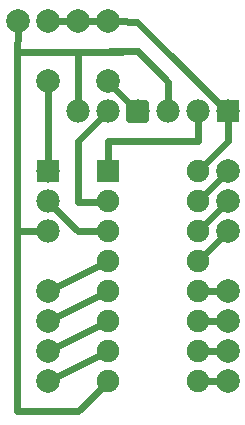
<source format=gbl>
G04 MADE WITH FRITZING*
G04 WWW.FRITZING.ORG*
G04 DOUBLE SIDED*
G04 HOLES PLATED*
G04 CONTOUR ON CENTER OF CONTOUR VECTOR*
%ASAXBY*%
%FSLAX23Y23*%
%MOIN*%
%OFA0B0*%
%SFA1.0B1.0*%
%ADD10C,0.075000*%
%ADD11C,0.078000*%
%ADD12C,0.078740*%
%ADD13R,0.075000X0.075000*%
%ADD14R,0.078000X0.078000*%
%ADD15C,0.024000*%
%ADD16C,0.020000*%
%LNCOPPER0*%
G90*
G70*
G54D10*
X379Y866D03*
X679Y866D03*
X379Y766D03*
X679Y766D03*
X379Y666D03*
X679Y666D03*
X379Y566D03*
X679Y566D03*
X379Y466D03*
X679Y466D03*
X379Y366D03*
X679Y366D03*
X379Y266D03*
X679Y266D03*
X379Y166D03*
X679Y166D03*
G54D11*
X779Y1066D03*
X679Y1066D03*
X579Y1066D03*
X179Y866D03*
X179Y766D03*
X179Y666D03*
X479Y1066D03*
X379Y1066D03*
X279Y1066D03*
G54D12*
X779Y266D03*
X179Y166D03*
X179Y266D03*
X779Y466D03*
X779Y166D03*
X779Y366D03*
X179Y466D03*
X179Y1366D03*
X779Y766D03*
X79Y1366D03*
X779Y666D03*
X379Y1166D03*
X279Y1366D03*
X179Y1166D03*
X379Y1366D03*
X179Y366D03*
X779Y866D03*
G54D13*
X379Y866D03*
G54D14*
X779Y1066D03*
X179Y866D03*
G54D15*
X380Y894D02*
X381Y966D01*
D02*
X381Y966D02*
X578Y966D01*
D02*
X578Y966D02*
X679Y966D01*
D02*
X679Y966D02*
X679Y1036D01*
D02*
X348Y1366D02*
X310Y1366D01*
D02*
X578Y1264D02*
X758Y1087D01*
D02*
X477Y1365D02*
X578Y1264D01*
D02*
X410Y1366D02*
X477Y1365D01*
D02*
X748Y166D02*
X708Y166D01*
D02*
X280Y667D02*
X201Y745D01*
D02*
X381Y667D02*
X280Y667D01*
D02*
X400Y685D02*
X381Y667D01*
D02*
X78Y667D02*
X149Y666D01*
D02*
X78Y1264D02*
X78Y667D01*
D02*
X78Y1264D02*
X79Y1335D01*
D02*
X381Y1264D02*
X78Y1264D01*
D02*
X381Y1264D02*
X479Y1266D01*
D02*
X580Y1165D02*
X479Y1266D01*
D02*
X479Y1266D02*
X381Y1264D01*
D02*
X479Y1266D02*
X280Y1264D01*
D02*
X579Y1096D02*
X580Y1165D01*
D02*
X280Y1264D02*
X280Y1168D01*
D02*
X280Y1168D02*
X279Y1096D01*
D02*
X458Y1087D02*
X401Y1144D01*
D02*
X179Y896D02*
X179Y1135D01*
D02*
X280Y966D02*
X358Y1044D01*
D02*
X280Y764D02*
X280Y966D01*
D02*
X350Y765D02*
X280Y764D01*
D02*
X248Y1366D02*
X210Y1366D01*
D02*
X780Y966D02*
X779Y1036D01*
D02*
X699Y886D02*
X780Y966D01*
D02*
X78Y667D02*
X149Y666D01*
D02*
X280Y66D02*
X78Y66D01*
D02*
X78Y66D02*
X78Y667D01*
D02*
X359Y145D02*
X280Y66D01*
D02*
X757Y844D02*
X699Y786D01*
D02*
X757Y744D02*
X699Y686D01*
D02*
X757Y644D02*
X699Y586D01*
D02*
X748Y466D02*
X708Y466D01*
D02*
X748Y366D02*
X708Y366D01*
D02*
X748Y266D02*
X708Y266D01*
D02*
X353Y553D02*
X207Y479D01*
D02*
X353Y453D02*
X207Y379D01*
D02*
X353Y353D02*
X207Y279D01*
D02*
X353Y253D02*
X207Y179D01*
G54D16*
X508Y1037D02*
X450Y1037D01*
X450Y1095D01*
X508Y1095D01*
X508Y1037D01*
D02*
G04 End of Copper0*
M02*
</source>
